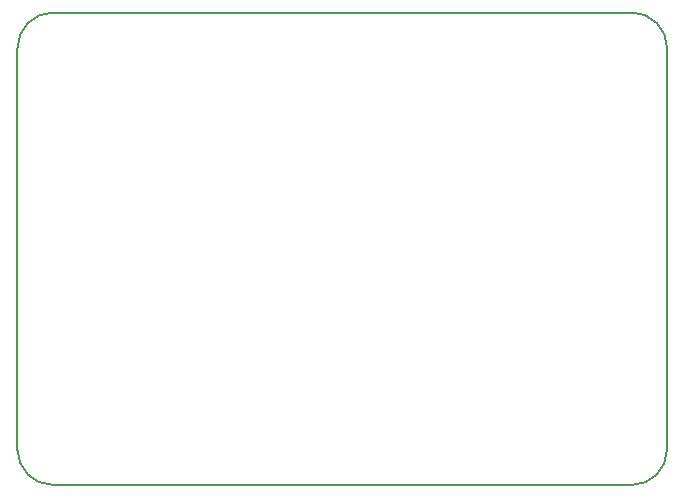
<source format=gbr>
%TF.GenerationSoftware,KiCad,Pcbnew,9.0.1*%
%TF.CreationDate,2025-07-03T23:17:29+02:00*%
%TF.ProjectId,Amon_Link,416d6f6e-5f4c-4696-9e6b-2e6b69636164,rev?*%
%TF.SameCoordinates,Original*%
%TF.FileFunction,Profile,NP*%
%FSLAX46Y46*%
G04 Gerber Fmt 4.6, Leading zero omitted, Abs format (unit mm)*
G04 Created by KiCad (PCBNEW 9.0.1) date 2025-07-03 23:17:29*
%MOMM*%
%LPD*%
G01*
G04 APERTURE LIST*
%TA.AperFunction,Profile*%
%ADD10C,0.200000*%
%TD*%
G04 APERTURE END LIST*
D10*
X178229000Y-74488000D02*
X129229000Y-74488000D01*
X181229000Y-111487999D02*
G75*
G02*
X178228999Y-114488000I-3000000J-1D01*
G01*
X129229001Y-114488000D02*
X178228999Y-114488000D01*
X178229000Y-74488000D02*
G75*
G02*
X181229000Y-77488000I0J-3000000D01*
G01*
X126229000Y-77488000D02*
X126229000Y-111487999D01*
X126229000Y-77488000D02*
G75*
G02*
X129229000Y-74488000I3000000J0D01*
G01*
X181229000Y-111487999D02*
X181229000Y-77488000D01*
X129229001Y-114488000D02*
G75*
G02*
X126229000Y-111487999I-1J3000000D01*
G01*
M02*

</source>
